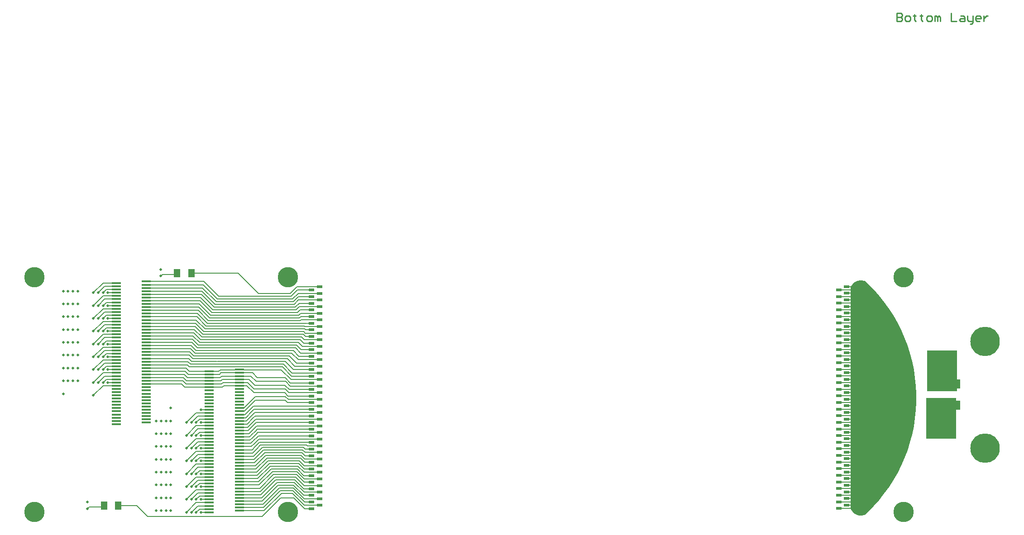
<source format=gbl>
G04 Layer_Physical_Order=6*
G04 Layer_Color=16711680*
%FSLAX25Y25*%
%MOIN*%
G70*
G01*
G75*
%ADD10R,0.07000X0.07000*%
%ADD12R,0.03937X0.02362*%
%ADD13R,0.04500X0.06000*%
%ADD14R,0.06693X0.01181*%
%ADD17C,0.00600*%
%ADD18C,0.00601*%
%ADD19C,0.01000*%
%ADD22C,0.21700*%
%ADD23C,0.15000*%
%ADD24C,0.05000*%
%ADD25C,0.02000*%
%ADD33R,0.22026X0.30435*%
%ADD34R,0.21878X0.30171*%
G36*
X622507Y182480D02*
X623235Y182185D01*
X623259Y182217D01*
X625487Y180167D01*
X629723Y175844D01*
X633731Y171308D01*
X637499Y166571D01*
X641017Y161645D01*
X644276Y156544D01*
X647267Y151282D01*
X649982Y145872D01*
X652415Y140329D01*
X654557Y134668D01*
X656404Y128904D01*
X657951Y123052D01*
X659194Y117128D01*
X660128Y111147D01*
X660753Y105127D01*
X661066Y99082D01*
X661066Y93029D01*
X660753Y86984D01*
X660128Y80963D01*
X659194Y74983D01*
X657951Y69058D01*
X656404Y63206D01*
X654557Y57442D01*
X652415Y51781D01*
X649982Y46238D01*
X647267Y40828D01*
X644276Y35566D01*
X641017Y30465D01*
X637499Y25539D01*
X633731Y20802D01*
X629723Y16266D01*
X625487Y11943D01*
X623259Y9893D01*
X623235Y9926D01*
X623235D01*
X622507Y9630D01*
X620963Y9335D01*
X619391Y9347D01*
X617852Y9665D01*
X616404Y10278D01*
X615103Y11161D01*
X614000Y12281D01*
X613137Y13595D01*
X612842Y14323D01*
X612842Y177787D01*
X612842Y177787D01*
Y177787D01*
X613137Y178516D01*
X614000Y179829D01*
X615103Y180949D01*
X616404Y181832D01*
X617852Y182445D01*
X619391Y182763D01*
X620963Y182775D01*
X622507Y182480D01*
D02*
G37*
D10*
X689991Y90676D02*
D03*
Y106393D02*
D03*
D12*
X215682Y165753D02*
D03*
Y170635D02*
D03*
Y175516D02*
D03*
Y160871D02*
D03*
Y155989D02*
D03*
X221587Y158430D02*
D03*
Y153548D02*
D03*
Y148666D02*
D03*
Y143784D02*
D03*
Y138902D02*
D03*
Y134020D02*
D03*
Y129139D02*
D03*
Y124257D02*
D03*
Y119375D02*
D03*
Y114493D02*
D03*
Y109611D02*
D03*
Y104729D02*
D03*
Y99847D02*
D03*
Y94965D02*
D03*
Y90083D02*
D03*
Y85202D02*
D03*
Y80320D02*
D03*
Y75438D02*
D03*
Y70556D02*
D03*
Y65674D02*
D03*
Y60792D02*
D03*
Y55910D02*
D03*
Y51028D02*
D03*
Y46146D02*
D03*
Y41265D02*
D03*
Y36383D02*
D03*
Y31501D02*
D03*
Y26619D02*
D03*
Y21737D02*
D03*
X215682Y151107D02*
D03*
Y146225D02*
D03*
Y141343D02*
D03*
Y136461D02*
D03*
Y131579D02*
D03*
Y126698D02*
D03*
Y121816D02*
D03*
Y116934D02*
D03*
Y112052D02*
D03*
Y107170D02*
D03*
Y102288D02*
D03*
Y97406D02*
D03*
Y92524D02*
D03*
Y87642D02*
D03*
Y82761D02*
D03*
Y77879D02*
D03*
Y72997D02*
D03*
Y68115D02*
D03*
Y63233D02*
D03*
Y58351D02*
D03*
Y53469D02*
D03*
Y48587D02*
D03*
Y43705D02*
D03*
Y38824D02*
D03*
Y33942D02*
D03*
Y29060D02*
D03*
Y24178D02*
D03*
Y19296D02*
D03*
X221587Y173075D02*
D03*
Y168194D02*
D03*
Y163312D02*
D03*
Y177957D02*
D03*
X215682Y14414D02*
D03*
X221587Y16855D02*
D03*
X603910Y14581D02*
D03*
Y19463D02*
D03*
Y24345D02*
D03*
Y29227D02*
D03*
Y34109D02*
D03*
Y38991D02*
D03*
Y43873D02*
D03*
Y48755D02*
D03*
Y53636D02*
D03*
Y58518D02*
D03*
Y63400D02*
D03*
Y68282D02*
D03*
Y73164D02*
D03*
Y78046D02*
D03*
Y82928D02*
D03*
Y87810D02*
D03*
Y92692D02*
D03*
Y97574D02*
D03*
Y102455D02*
D03*
Y107337D02*
D03*
X609816Y17022D02*
D03*
Y21904D02*
D03*
Y26786D02*
D03*
Y31668D02*
D03*
Y36550D02*
D03*
Y41432D02*
D03*
Y46314D02*
D03*
Y51196D02*
D03*
Y56077D02*
D03*
Y60959D02*
D03*
Y65841D02*
D03*
Y70723D02*
D03*
Y75605D02*
D03*
Y80487D02*
D03*
Y85369D02*
D03*
Y90251D02*
D03*
Y95133D02*
D03*
Y100014D02*
D03*
Y104896D02*
D03*
X603910Y112219D02*
D03*
Y117101D02*
D03*
Y121983D02*
D03*
Y126865D02*
D03*
Y131747D02*
D03*
Y136629D02*
D03*
Y141511D02*
D03*
Y146393D02*
D03*
Y151274D02*
D03*
Y156156D02*
D03*
Y161038D02*
D03*
Y165920D02*
D03*
Y170802D02*
D03*
Y175684D02*
D03*
X609816Y109778D02*
D03*
Y114660D02*
D03*
Y119542D02*
D03*
Y124424D02*
D03*
Y129306D02*
D03*
Y134188D02*
D03*
Y139070D02*
D03*
Y143951D02*
D03*
Y148833D02*
D03*
Y153715D02*
D03*
Y158597D02*
D03*
Y163479D02*
D03*
Y168361D02*
D03*
Y173243D02*
D03*
Y178125D02*
D03*
D13*
X62876Y16701D02*
D03*
X73377D02*
D03*
X116848Y188171D02*
D03*
X127348D02*
D03*
D14*
X71882Y79094D02*
D03*
Y76732D02*
D03*
Y81457D02*
D03*
Y86181D02*
D03*
Y83819D02*
D03*
Y97992D02*
D03*
Y95630D02*
D03*
Y88543D02*
D03*
Y93268D02*
D03*
Y90906D02*
D03*
Y102717D02*
D03*
Y100354D02*
D03*
Y105079D02*
D03*
Y112165D02*
D03*
Y107441D02*
D03*
Y121614D02*
D03*
Y126339D02*
D03*
Y123976D02*
D03*
Y114528D02*
D03*
Y119252D02*
D03*
Y116890D02*
D03*
Y135787D02*
D03*
Y140512D02*
D03*
Y138150D02*
D03*
Y128701D02*
D03*
Y133425D02*
D03*
Y131063D02*
D03*
Y149961D02*
D03*
Y154685D02*
D03*
Y152323D02*
D03*
Y142874D02*
D03*
Y147599D02*
D03*
Y145236D02*
D03*
Y164134D02*
D03*
Y168858D02*
D03*
Y166496D02*
D03*
Y157047D02*
D03*
Y161772D02*
D03*
Y159409D02*
D03*
Y178307D02*
D03*
Y180669D02*
D03*
Y171221D02*
D03*
Y175945D02*
D03*
Y173583D02*
D03*
X94126Y85000D02*
D03*
Y89724D02*
D03*
Y87362D02*
D03*
Y77913D02*
D03*
Y82638D02*
D03*
Y80276D02*
D03*
X71882Y109803D02*
D03*
X94126Y94449D02*
D03*
Y92087D02*
D03*
Y99173D02*
D03*
Y96811D02*
D03*
Y108622D02*
D03*
Y113347D02*
D03*
Y110984D02*
D03*
Y101535D02*
D03*
Y106260D02*
D03*
Y103898D02*
D03*
Y115709D02*
D03*
Y120433D02*
D03*
Y118071D02*
D03*
Y125157D02*
D03*
Y122795D02*
D03*
Y162953D02*
D03*
Y167677D02*
D03*
Y165315D02*
D03*
Y155866D02*
D03*
Y160591D02*
D03*
Y158228D02*
D03*
Y177126D02*
D03*
Y181850D02*
D03*
Y179488D02*
D03*
Y170039D02*
D03*
Y174764D02*
D03*
Y172402D02*
D03*
Y134606D02*
D03*
Y139331D02*
D03*
Y136969D02*
D03*
Y127520D02*
D03*
Y132244D02*
D03*
Y129882D02*
D03*
Y148780D02*
D03*
Y153504D02*
D03*
Y151142D02*
D03*
Y141693D02*
D03*
Y146417D02*
D03*
Y144055D02*
D03*
X140480Y14134D02*
D03*
Y11772D02*
D03*
Y16496D02*
D03*
Y21220D02*
D03*
Y18858D02*
D03*
Y33031D02*
D03*
Y30669D02*
D03*
Y23583D02*
D03*
Y28307D02*
D03*
Y25945D02*
D03*
Y37756D02*
D03*
Y35394D02*
D03*
Y40118D02*
D03*
Y47205D02*
D03*
Y42480D02*
D03*
Y56654D02*
D03*
Y61378D02*
D03*
Y59016D02*
D03*
Y49567D02*
D03*
Y54291D02*
D03*
Y51929D02*
D03*
Y70827D02*
D03*
Y75551D02*
D03*
Y73189D02*
D03*
Y63740D02*
D03*
Y68465D02*
D03*
Y66102D02*
D03*
Y85000D02*
D03*
Y89724D02*
D03*
Y87362D02*
D03*
Y77913D02*
D03*
Y82638D02*
D03*
Y80276D02*
D03*
Y99173D02*
D03*
Y103898D02*
D03*
Y101535D02*
D03*
Y92087D02*
D03*
Y96811D02*
D03*
Y94449D02*
D03*
Y113347D02*
D03*
Y115709D02*
D03*
Y106260D02*
D03*
Y110984D02*
D03*
Y108622D02*
D03*
X162724Y20039D02*
D03*
Y24764D02*
D03*
Y22402D02*
D03*
Y12953D02*
D03*
Y17677D02*
D03*
Y15315D02*
D03*
X140480Y44843D02*
D03*
X162724Y29488D02*
D03*
Y27126D02*
D03*
Y34213D02*
D03*
Y31850D02*
D03*
Y43661D02*
D03*
Y48386D02*
D03*
Y46024D02*
D03*
Y36575D02*
D03*
Y41299D02*
D03*
Y38937D02*
D03*
Y50748D02*
D03*
Y55472D02*
D03*
Y53110D02*
D03*
Y60197D02*
D03*
Y57835D02*
D03*
Y97992D02*
D03*
Y102717D02*
D03*
Y100354D02*
D03*
Y90906D02*
D03*
Y95630D02*
D03*
Y93268D02*
D03*
Y112165D02*
D03*
Y116890D02*
D03*
Y114528D02*
D03*
Y105079D02*
D03*
Y109803D02*
D03*
Y107441D02*
D03*
Y69646D02*
D03*
Y74370D02*
D03*
Y72008D02*
D03*
Y62559D02*
D03*
Y67283D02*
D03*
Y64921D02*
D03*
Y83819D02*
D03*
Y88543D02*
D03*
Y86181D02*
D03*
Y76732D02*
D03*
Y81457D02*
D03*
Y79094D02*
D03*
D17*
X138999Y150960D02*
X197877D01*
X131731Y158228D02*
X138999Y150960D01*
X139828Y152960D02*
X197877D01*
X132197Y160591D02*
X139828Y152960D01*
X140656Y154960D02*
X197877D01*
X132664Y162953D02*
X140656Y154960D01*
X141485Y156960D02*
X197877D01*
X133130Y165315D02*
X141485Y156960D01*
X162601Y116766D02*
X162724Y116890D01*
X148561Y116766D02*
X162601D01*
X147503Y115709D02*
X148561Y116766D01*
X149161Y114528D02*
X162724D01*
X147979Y113347D02*
X149161Y114528D01*
X162829Y116786D02*
X174175D01*
X127348Y188171D02*
X161567D01*
X124317Y110984D02*
X140480D01*
X121955Y113347D02*
X124317Y110984D01*
X94126Y113347D02*
X121955D01*
X123750Y108622D02*
X140480D01*
X121388Y110984D02*
X123750Y108622D01*
X94126Y110984D02*
X121388D01*
X120871Y108622D02*
X123233Y106260D01*
X94126Y108622D02*
X120871D01*
X122413Y103898D02*
X140480D01*
X120051Y106260D02*
X122413Y103898D01*
X94126Y106260D02*
X120051D01*
X122766Y115709D02*
X125128Y113347D01*
X94126Y115709D02*
X122766D01*
X123232Y118071D02*
X125594Y115709D01*
X94126Y118071D02*
X123232D01*
X125594Y115709D02*
X140480D01*
X125128Y113347D02*
X140480D01*
X73377Y16788D02*
X86971D01*
X95095Y8664D01*
X179348D01*
X140480Y115709D02*
X140688Y115917D01*
X162724Y114528D02*
X172279D01*
X175817Y110990D01*
X149665Y112165D02*
X170948D01*
X174899Y108214D01*
X162724Y109803D02*
X169580D01*
X173944Y105439D01*
X150597Y107441D02*
X168683D01*
X173460Y102663D01*
X162724Y105079D02*
X168075D01*
X173266Y99888D01*
X162724Y53110D02*
X172883D01*
X162724Y50748D02*
X173349D01*
X162724Y48386D02*
X173815D01*
X162724Y46024D02*
X174281D01*
X162724Y43661D02*
X174748D01*
X162724Y41299D02*
X175214D01*
X162724Y38937D02*
X175680D01*
X162724Y36575D02*
X176146D01*
X162724Y34213D02*
X176612D01*
X162724Y31850D02*
X177079D01*
X162724Y29488D02*
X177545D01*
X162724Y27126D02*
X178011D01*
X162724Y24764D02*
X178477D01*
X162724Y22402D02*
X178944D01*
X162724Y20039D02*
X179410D01*
X162724Y17677D02*
X179876D01*
X162724Y15315D02*
X180342D01*
X162724Y12953D02*
X180808D01*
X162724Y76732D02*
X168220D01*
X162724Y79094D02*
X167754D01*
X162724Y81457D02*
X167288D01*
X162724Y83819D02*
X166822D01*
X162724Y86181D02*
X166356D01*
X162724Y88543D02*
X165890D01*
X180808Y12953D02*
X193636Y25781D01*
X180342Y15315D02*
X192808Y27781D01*
X179876Y17677D02*
X191979Y29781D01*
X179410Y20039D02*
X191151Y31781D01*
X178944Y22402D02*
X190322Y33781D01*
X178477Y24764D02*
X189494Y35781D01*
X178011Y27126D02*
X188666Y37781D01*
X177545Y29488D02*
X187837Y39781D01*
X177079Y31850D02*
X187009Y41781D01*
X176612Y34213D02*
X186180Y43781D01*
X176146Y36575D02*
X185352Y45781D01*
X175680Y38937D02*
X184524Y47781D01*
X175214Y41299D02*
X183695Y49781D01*
X174748Y43661D02*
X182867Y51781D01*
X174281Y46024D02*
X182038Y53781D01*
X173815Y48386D02*
X181210Y55781D01*
X173349Y50748D02*
X180382Y57781D01*
X172883Y53110D02*
X179553Y59781D01*
X165890Y88543D02*
X174458Y97112D01*
X166356Y86181D02*
X174511Y94336D01*
X166822Y83819D02*
X170310Y87307D01*
X167288Y81457D02*
X171724Y85893D01*
X167754Y79094D02*
X173139Y84479D01*
X168220Y76732D02*
X172781Y81293D01*
X94126Y181850D02*
X136393D01*
X94126Y179488D02*
X135927D01*
X94126Y177126D02*
X135461D01*
X94126Y174764D02*
X134995D01*
X94126Y172402D02*
X134528D01*
X94126Y170039D02*
X134062D01*
X94126Y167677D02*
X133596D01*
X94126Y165315D02*
X133130D01*
X94126Y162953D02*
X132664D01*
X94126Y160591D02*
X132197D01*
X94126Y158228D02*
X131731D01*
X94126Y155866D02*
X131265D01*
X94126Y153504D02*
X130799D01*
X94126Y151142D02*
X130332D01*
X94126Y148780D02*
X129866D01*
X94126Y146417D02*
X129400D01*
X94126Y144055D02*
X128934D01*
X94126Y141693D02*
X128468D01*
X94126Y139331D02*
X128001D01*
X94126Y136969D02*
X127535D01*
X94126Y134606D02*
X127069D01*
X94126Y132244D02*
X126603D01*
X94126Y129882D02*
X126137D01*
X94126Y127520D02*
X125670D01*
X126137Y129882D02*
X129058Y126960D01*
X126603Y132244D02*
X129887Y128960D01*
X127069Y134606D02*
X130715Y130960D01*
X127535Y136969D02*
X131544Y132960D01*
X128001Y139331D02*
X132372Y134960D01*
X128468Y141693D02*
X133200Y136960D01*
X128934Y144055D02*
X134029Y138960D01*
X129400Y146417D02*
X134857Y140960D01*
X129866Y148780D02*
X135686Y142960D01*
X130332Y151142D02*
X136514Y144960D01*
X130799Y153504D02*
X137343Y146960D01*
X131265Y155866D02*
X138171Y148960D01*
X140480Y115709D02*
X147503D01*
X140480Y113347D02*
X147979D01*
X140480Y108622D02*
X148950D01*
X140480Y110984D02*
X148484D01*
X149665Y112165D01*
X148950Y108622D02*
X150131Y109803D01*
X162724D01*
X123233Y106260D02*
X149416D01*
X150597Y107441D01*
X151262Y105079D02*
X162724D01*
X140480Y103898D02*
X150081D01*
X151262Y105079D01*
X161567Y188171D02*
X176778Y172960D01*
X129058Y126960D02*
X197877D01*
X130715Y130960D02*
X197877D01*
X131544Y132960D02*
X197877D01*
X132372Y134960D02*
X197877D01*
X133200Y136960D02*
X197877D01*
X134029Y138960D02*
X197877D01*
X134857Y140960D02*
X197877D01*
X135686Y142960D02*
X197877D01*
X136514Y144960D02*
X197877D01*
X137343Y146960D02*
X197877D01*
X138171Y148960D02*
X197877D01*
X142313Y158960D02*
X197877D01*
X143141Y160960D02*
X197877D01*
X143970Y162960D02*
X197877D01*
X144798Y164960D02*
X197877D01*
X145627Y166960D02*
X197877D01*
X146455Y168960D02*
X197877D01*
X136393Y181850D02*
X147283Y170960D01*
X197877D01*
X135927Y179488D02*
X146455Y168960D01*
X135461Y177126D02*
X145627Y166960D01*
X134995Y174764D02*
X144798Y164960D01*
X134528Y172402D02*
X143970Y162960D01*
X134062Y170039D02*
X143141Y160960D01*
X133596Y167677D02*
X142313Y158960D01*
X129887Y128960D02*
X197877D01*
X94126Y122795D02*
X124738D01*
X126665Y120868D01*
X94126Y120433D02*
X124272D01*
X125837Y118868D01*
X125670Y127520D02*
X128322Y124868D01*
X125837Y118868D02*
X147834D01*
X147856Y118890D01*
X163553D01*
X163575Y118868D02*
X177247D01*
X126665Y120868D02*
X147006D01*
X147028Y120890D02*
X164381D01*
X164403Y120868D02*
X179792D01*
X146199Y122890D02*
X165210D01*
X128322Y124868D02*
X145349D01*
X145371Y124890D01*
X166038D01*
X166060Y124868D01*
X197877D01*
X162724Y69646D02*
X169558D01*
X162724Y67283D02*
X170025D01*
X162724Y64921D02*
X170491D01*
X162724Y62559D02*
X170957D01*
X162724Y60197D02*
X171423D01*
X162724Y57835D02*
X171889D01*
X162724Y55472D02*
X172356D01*
X172000Y66370D02*
X175411Y69781D01*
X171172Y68370D02*
X174933Y72132D01*
X170344Y70370D02*
X174881Y74907D01*
X169515Y72370D02*
X174828Y77683D01*
X162724Y72008D02*
X169092D01*
X162724Y74370D02*
X168687D01*
X174775Y80458D01*
X169092Y72008D02*
X169454Y72370D01*
X169515D01*
X169558Y69646D02*
X170283Y70370D01*
X170344D01*
X170025Y67283D02*
X171111Y68370D01*
X171172D01*
X170491Y64921D02*
X171940Y66370D01*
X172000D01*
X170957Y62559D02*
X172768Y64370D01*
X172829D01*
X171423Y60197D02*
X173597Y62370D01*
X171889Y57835D02*
X174425Y60370D01*
X172356Y55472D02*
X175253Y58370D01*
X165232Y122868D02*
X182335D01*
X94126Y125157D02*
X125204D01*
X127494Y122868D01*
X147006Y120868D02*
X147028Y120890D01*
X127494Y122868D02*
X146177D01*
X212647Y175516D02*
X215682D01*
X212647Y177957D02*
X221587D01*
X212647Y173075D02*
X221587D01*
X212647Y170635D02*
X215682D01*
X212647Y168194D02*
X221587D01*
X212647Y165753D02*
X215682D01*
X212647Y163312D02*
X221587D01*
X212647Y160871D02*
X215682D01*
X212647Y158430D02*
X221587D01*
X212647Y155989D02*
X215682D01*
X212647Y153548D02*
X221587D01*
X212647Y151107D02*
X215682D01*
X212647Y148666D02*
X221587D01*
X212647Y146225D02*
X215682D01*
X212647Y143784D02*
X221587D01*
X212647Y141343D02*
X215682D01*
X212647Y138902D02*
X221587D01*
X212647Y136461D02*
X215682D01*
X212647Y134020D02*
X221587D01*
X212647Y131579D02*
X215682D01*
X212647Y129139D02*
X221587D01*
X212647Y126698D02*
X215682D01*
X212647Y124257D02*
X221587D01*
X212647Y121816D02*
X215682D01*
X212647Y119375D02*
X221587D01*
X212647Y116934D02*
X215682D01*
X212647Y114493D02*
X221587D01*
X212647Y112052D02*
X215682D01*
X212647Y109611D02*
X221587D01*
X212647Y107170D02*
X215682D01*
X212647Y104729D02*
X221587D01*
X212647Y102288D02*
X215682D01*
X212647Y99847D02*
X221587D01*
X212647Y97406D02*
X215682D01*
X212647Y94965D02*
X221587D01*
X212647Y92524D02*
X215682D01*
X212647Y90083D02*
X221587D01*
X212647Y87642D02*
X215682D01*
X212647Y85202D02*
X221587D01*
X212647Y82761D02*
X215682D01*
X212647Y80320D02*
X221587D01*
X212647Y77879D02*
X215682D01*
X212647Y75438D02*
X221587D01*
X212647Y72997D02*
X215682D01*
X212647Y70556D02*
X221587D01*
X212647Y68115D02*
X215682D01*
X212647Y63233D02*
X215682D01*
X212647Y60792D02*
X221587D01*
X212647Y58351D02*
X215682D01*
X212647Y55910D02*
X221587D01*
X212647Y53469D02*
X215682D01*
X212647Y51028D02*
X221587D01*
X212647Y48587D02*
X215682D01*
X212647Y46146D02*
X221587D01*
X212647Y43705D02*
X215682D01*
X212647Y41265D02*
X221587D01*
X212647Y38824D02*
X215682D01*
X212647Y36383D02*
X221587D01*
X212647Y33942D02*
X215682D01*
X212647Y31501D02*
X221587D01*
X212647Y29060D02*
X215682D01*
X212647Y26619D02*
X221587D01*
X212647Y24178D02*
X215682D01*
X212647Y21737D02*
X221587D01*
X212647Y19296D02*
X215682D01*
X212647Y16855D02*
X221587D01*
X212647Y14414D02*
X215682D01*
X179348Y8664D02*
X192999Y22315D01*
X172829Y64370D02*
X176239Y67781D01*
X176900Y65674D02*
X221587D01*
X609816Y178125D02*
X612851D01*
X603910Y175684D02*
X612851D01*
X609816Y173243D02*
X612851D01*
X603910Y170802D02*
X612851D01*
X609816Y168361D02*
X612851D01*
X603910Y165920D02*
X612851D01*
X609816Y163479D02*
X612851D01*
X603910Y161038D02*
X612851D01*
X609816Y158597D02*
X612851D01*
X603910Y156156D02*
X612851D01*
X609816Y153715D02*
X612851D01*
X603910Y151274D02*
X612851D01*
X609816Y148833D02*
X612851D01*
X603910Y146393D02*
X612851D01*
X609816Y143951D02*
X612851D01*
X603910Y141511D02*
X612851D01*
X609816Y139070D02*
X612851D01*
X603910Y136629D02*
X612851D01*
X609816Y134188D02*
X612851D01*
X603910Y131747D02*
X612851D01*
X609816Y129306D02*
X612851D01*
X609816Y124424D02*
X612851D01*
X603910Y121983D02*
X612851D01*
X609816Y119542D02*
X612851D01*
X603910Y117101D02*
X612851D01*
X609816Y114660D02*
X612851D01*
X603910Y112219D02*
X612851D01*
X609816Y109778D02*
X612851D01*
X603910Y107337D02*
X612851D01*
X609816Y104896D02*
X612851D01*
X603910Y102455D02*
X612851D01*
X609816Y100014D02*
X612851D01*
X603910Y97574D02*
X612851D01*
X609816Y95133D02*
X612851D01*
X603910Y92692D02*
X612851D01*
X609816Y90251D02*
X612851D01*
X603910Y87810D02*
X612851D01*
X609816Y85369D02*
X612851D01*
X603910Y82928D02*
X612851D01*
X609816Y80487D02*
X612851D01*
X603910Y78046D02*
X612851D01*
X609816Y75605D02*
X612851D01*
X603910Y73164D02*
X612851D01*
X609816Y70723D02*
X612851D01*
X603910Y68282D02*
X612851D01*
X609816Y65841D02*
X612851D01*
X603910Y63400D02*
X612851D01*
X609816Y60959D02*
X612851D01*
X603910Y58518D02*
X612851D01*
X609816Y56077D02*
X612851D01*
X603910Y53637D02*
X612851D01*
X609816Y51196D02*
X612851D01*
X603910Y48755D02*
X612851D01*
X609816Y46314D02*
X612851D01*
X603910Y43873D02*
X612851D01*
X609816Y41432D02*
X612851D01*
X603910Y38991D02*
X612851D01*
X609816Y36550D02*
X612851D01*
X603910Y34109D02*
X612851D01*
X609816Y31668D02*
X612851D01*
X603910Y29227D02*
X612851D01*
X609816Y26786D02*
X612851D01*
X603910Y24345D02*
X612851D01*
X609816Y21904D02*
X612851D01*
X603910Y19463D02*
X612851D01*
X603910Y14581D02*
X612851D01*
X609816Y17022D02*
X612851D01*
X62236Y105079D02*
X71882D01*
X55150Y97992D02*
X62236Y105079D01*
X65780Y107441D02*
X71882D01*
X64599Y109803D02*
X71882D01*
X62236Y107441D02*
X64599Y109803D01*
X63417Y112165D02*
X71882D01*
X58693Y107441D02*
X63417Y112165D01*
X62236Y114528D02*
X71882D01*
X55150Y107441D02*
X62236Y114528D01*
X65780Y116890D02*
X71882D01*
X64599Y119252D02*
X71882D01*
X62236Y116890D02*
X64599Y119252D01*
X63417Y121614D02*
X71882D01*
X58693Y116890D02*
X63417Y121614D01*
X62236Y123976D02*
X71882D01*
X55150Y116890D02*
X62236Y123976D01*
X65780Y126339D02*
X71882D01*
X64599Y128701D02*
X71882D01*
X62236Y126339D02*
X64599Y128701D01*
X63417Y131063D02*
X71882D01*
X58693Y126339D02*
X63417Y131063D01*
X62236Y133425D02*
X71882D01*
X55150Y126339D02*
X62236Y133425D01*
X65780Y135787D02*
X71882D01*
X64599Y138150D02*
X71882D01*
X62236Y135787D02*
X64599Y138150D01*
X63417Y140512D02*
X71882D01*
X58693Y135787D02*
X63417Y140512D01*
X62236Y142874D02*
X71882D01*
X55150Y135787D02*
X62236Y142874D01*
X65780Y145236D02*
X71882D01*
X64599Y147599D02*
X71882D01*
X62236Y145236D02*
X64599Y147599D01*
X63417Y149961D02*
X71882D01*
X58693Y145236D02*
X63417Y149961D01*
X62236Y152323D02*
X71882D01*
X55150Y145236D02*
X62236Y152323D01*
X65780Y154685D02*
X71882D01*
X64599Y157047D02*
X71882D01*
X62236Y154685D02*
X64599Y157047D01*
X63417Y159409D02*
X71882D01*
X58693Y154685D02*
X63417Y159409D01*
X62236Y161772D02*
X71882D01*
X55150Y154685D02*
X62236Y161772D01*
X65780Y164134D02*
X71882D01*
X64599Y166496D02*
X71882D01*
X62236Y164134D02*
X64599Y166496D01*
X63417Y168858D02*
X71882D01*
X58693Y164134D02*
X63417Y168858D01*
X62236Y171221D02*
X71882D01*
X55150Y164134D02*
X62236Y171221D01*
X55150Y173583D02*
X62236Y180669D01*
X71882D01*
X58693Y173583D02*
X63417Y178307D01*
X71882D01*
X62236Y173583D02*
X64599Y175945D01*
X71882D01*
X65780Y173583D02*
X71882D01*
X123748Y77913D02*
X130835Y85000D01*
X140480D01*
X127291Y77913D02*
X132016Y82638D01*
X140480D01*
X130835Y77913D02*
X133197Y80276D01*
X140480D01*
X134378Y77913D02*
X140480D01*
X123748Y68465D02*
X130835Y75551D01*
X140480D01*
X127291Y68465D02*
X132016Y73189D01*
X140480D01*
X130835Y68465D02*
X133197Y70827D01*
X140480D01*
X134378Y68465D02*
X140480D01*
X123748Y59016D02*
X130835Y66102D01*
X140480D01*
X127291Y59016D02*
X132016Y63740D01*
X140480D01*
X130835Y59016D02*
X133197Y61378D01*
X140480D01*
X134378Y59016D02*
X140480D01*
X123748Y49567D02*
X130835Y56654D01*
X140480D01*
X127291Y49567D02*
X132016Y54291D01*
X140480D01*
X130835Y49567D02*
X133197Y51929D01*
X140480D01*
X134378Y49567D02*
X140480D01*
X123748Y40118D02*
X130835Y47205D01*
X140480D01*
X127291Y40118D02*
X132016Y44843D01*
X140480D01*
X130835Y40118D02*
X133197Y42480D01*
X140480D01*
X134378Y40118D02*
X140480D01*
X123748Y30669D02*
X130835Y37756D01*
X140480D01*
X127291Y30669D02*
X132016Y35394D01*
X140480D01*
X130835Y30669D02*
X133197Y33031D01*
X140480D01*
X134378Y30669D02*
X140480D01*
X123748Y21220D02*
X130835Y28307D01*
X140480D01*
X127291Y21220D02*
X132016Y25945D01*
X140480D01*
X130835Y21220D02*
X133197Y23583D01*
X140480D01*
X134378Y21220D02*
X140480D01*
X123748Y11772D02*
X130835Y18858D01*
X140480D01*
X127291Y11772D02*
X132016Y16496D01*
X140480D01*
X130835Y11772D02*
X133197Y14134D01*
X140480D01*
X134378Y11772D02*
X140480D01*
X134378Y87362D02*
X140480D01*
X50712Y14337D02*
X51933Y15558D01*
X62829D01*
X104718Y185860D02*
X105938Y187081D01*
X116834D01*
X603910Y126865D02*
X612851D01*
D18*
X176778Y172960D02*
X200003D01*
X205000Y177957D01*
X212647D01*
X197877Y170960D02*
X200837D01*
X205394Y175516D01*
X212647D01*
X197877Y168960D02*
X201751D01*
X205866Y173075D01*
X212647D01*
X197877Y166960D02*
X202507D01*
X206181Y170635D01*
X212647D01*
X197877Y164960D02*
X202869D01*
X206103Y168194D01*
X212647D01*
X197877Y162960D02*
X203783D01*
X206575Y165753D01*
X212647D01*
X197877Y160960D02*
X204280D01*
X206632Y163312D01*
X212647D01*
X197877Y158960D02*
X205391D01*
X207302Y160871D01*
X212647D01*
X197877Y156960D02*
X206260D01*
X207730Y158430D01*
X212647D01*
X197877Y154960D02*
X206847D01*
X207875Y155989D01*
X212647D01*
X197877Y152960D02*
X207392D01*
X207980Y153548D01*
X212647D01*
X197877Y150960D02*
X212500D01*
X197877Y148960D02*
X210518D01*
X210812Y148666D01*
X212647D01*
X197877Y146960D02*
X210618D01*
X211353Y146225D01*
X212647D01*
X197877Y144960D02*
X209992D01*
X211168Y143784D01*
X212647D01*
X197877Y142960D02*
X209729D01*
X211346Y141343D01*
X212647D01*
X197877Y140960D02*
X208335D01*
X210392Y138902D01*
X212647D01*
X197877Y138960D02*
X207466D01*
X209964Y136461D01*
X212647D01*
X197877Y136960D02*
X206031D01*
X208971Y134020D01*
X212647D01*
X197877Y134960D02*
X204637D01*
X208017Y131579D01*
X212647D01*
X197877Y132960D02*
X203889D01*
X207710Y129139D01*
X212647D01*
X197877Y130960D02*
X202252D01*
X206515Y126698D01*
X212647D01*
X197877Y128960D02*
X201161D01*
X205865Y124257D01*
X212647D01*
X197877Y126960D02*
X199504D01*
X204648Y121816D01*
X212647D01*
X197877Y124868D02*
X203370Y119375D01*
X212647D01*
X182335Y122868D02*
X196279D01*
X202213Y116934D01*
X212647D01*
X179792Y120868D02*
X195129D01*
X201504Y114493D01*
X212647D01*
X177247Y118868D02*
X194266D01*
X201082Y112052D01*
X212647D01*
X174175Y116786D02*
X193413D01*
X200588Y109611D01*
X212647D01*
X175817Y110990D02*
X196345D01*
X200165Y107170D01*
X212647D01*
X174899Y108214D02*
X196544D01*
X200029Y104729D01*
X212647D01*
X173944Y105439D02*
X196169D01*
X199320Y102288D01*
X212647D01*
X173460Y102663D02*
X196225D01*
X199041Y99847D01*
X212647D01*
X173266Y99888D02*
X195994D01*
X198475Y97406D01*
X212647D01*
X174458Y97112D02*
X196407D01*
X198554Y94965D01*
X212647D01*
X174511Y94336D02*
X196247D01*
X198059Y92524D01*
X212647D01*
X210590Y14414D02*
X212647D01*
X192999Y22315D02*
X202689D01*
X210590Y14414D01*
X193636Y25781D02*
X201590D01*
X210516Y16855D01*
X212647D01*
X192808Y27781D02*
X202064D01*
X210549Y19296D01*
X212647D01*
X191979Y29781D02*
X202323D01*
X210367Y21737D01*
X212647D01*
X191151Y31781D02*
X202474D01*
X210077Y24178D01*
X212647D01*
X190322Y33781D02*
X203056D01*
X210218Y26619D01*
X212647D01*
X189494Y35781D02*
X203422D01*
X210143Y29060D01*
X212647D01*
X188666Y37781D02*
X204058D01*
X210338Y31501D01*
X212647D01*
X187837Y39781D02*
X204532D01*
X210371Y33942D01*
X212647D01*
X187009Y41781D02*
X205006D01*
X210404Y36383D01*
X212647D01*
X186180Y43781D02*
X205211D01*
X210168Y38824D01*
X212647D01*
X185352Y45781D02*
X205685D01*
X210201Y41265D01*
X212647D01*
X184524Y47781D02*
X206321D01*
X210396Y43705D01*
X212647D01*
X183695Y49781D02*
X206741D01*
X210375Y46146D01*
X212647D01*
X182867Y51781D02*
X207591D01*
X210785Y48587D01*
X212647D01*
X182038Y53781D02*
X208012D01*
X210764Y51028D01*
X212647D01*
X181210Y55781D02*
X208593D01*
X210905Y53469D01*
X212647D01*
X180382Y57781D02*
X209061D01*
X210931Y55910D01*
X212647D01*
X179553Y59781D02*
X209570D01*
X211000Y58351D01*
X212647D01*
X175253Y58370D02*
X178152Y61268D01*
X212171D01*
X212647Y60792D01*
X176574Y68115D02*
X212647D01*
X176239Y67781D02*
X176574Y68115D01*
X175411Y69781D02*
X176186Y70556D01*
X212647D01*
X174933Y72132D02*
X175799Y72997D01*
X212647D01*
X174881Y74907D02*
X175411Y75438D01*
X212647D01*
X174828Y77683D02*
X175024Y77879D01*
X212647D01*
X174775Y80458D02*
X212508D01*
X212647Y80320D01*
X172781Y81293D02*
X174249Y82761D01*
X212647D01*
X173139Y84479D02*
X173861Y85202D01*
X212647D01*
X173474Y87642D02*
X212647D01*
X171724Y85893D02*
X173474Y87642D01*
X170310Y87307D02*
X173086Y90083D01*
X212647D01*
X173597Y62370D02*
X176900Y65674D01*
X174425Y60370D02*
X177288Y63233D01*
X212647D01*
D19*
X646562Y379582D02*
Y373584D01*
X649561D01*
X650561Y374583D01*
Y375583D01*
X649561Y376583D01*
X646562D01*
X649561D01*
X650561Y377582D01*
Y378582D01*
X649561Y379582D01*
X646562D01*
X653560Y373584D02*
X655559D01*
X656559Y374583D01*
Y376583D01*
X655559Y377582D01*
X653560D01*
X652560Y376583D01*
Y374583D01*
X653560Y373584D01*
X659558Y378582D02*
Y377582D01*
X658558D01*
X660558D01*
X659558D01*
Y374583D01*
X660558Y373584D01*
X664556Y378582D02*
Y377582D01*
X663557D01*
X665556D01*
X664556D01*
Y374583D01*
X665556Y373584D01*
X669555D02*
X671554D01*
X672554Y374583D01*
Y376583D01*
X671554Y377582D01*
X669555D01*
X668555Y376583D01*
Y374583D01*
X669555Y373584D01*
X674553D02*
Y377582D01*
X675553D01*
X676552Y376583D01*
Y373584D01*
Y376583D01*
X677552Y377582D01*
X678552Y376583D01*
Y373584D01*
X686549Y379582D02*
Y373584D01*
X690548D01*
X693547Y377582D02*
X695546D01*
X696546Y376583D01*
Y373584D01*
X693547D01*
X692547Y374583D01*
X693547Y375583D01*
X696546D01*
X698545Y377582D02*
Y374583D01*
X699545Y373584D01*
X702544D01*
Y372584D01*
X701544Y371584D01*
X700545D01*
X702544Y373584D02*
Y377582D01*
X707543Y373584D02*
X705543D01*
X704543Y374583D01*
Y376583D01*
X705543Y377582D01*
X707543D01*
X708542Y376583D01*
Y375583D01*
X704543D01*
X710541Y377582D02*
Y373584D01*
Y375583D01*
X711541Y376583D01*
X712541Y377582D01*
X713541D01*
D22*
X711656Y59080D02*
D03*
Y137820D02*
D03*
D23*
X651728Y11902D02*
D03*
Y185100D02*
D03*
X198428Y185100D02*
D03*
X198428Y11902D02*
D03*
X11811Y185100D02*
D03*
Y11902D02*
D03*
D24*
X649211Y90576D02*
D03*
X683677Y71094D02*
D03*
Y78829D02*
D03*
X684227Y118071D02*
D03*
Y125806D02*
D03*
X674561Y71094D02*
D03*
X675111Y125806D02*
D03*
X656534Y90576D02*
D03*
X689991Y90676D02*
D03*
Y106393D02*
D03*
D25*
X55150Y97992D02*
D03*
X65780Y107441D02*
D03*
X62236D02*
D03*
X58693D02*
D03*
X55150D02*
D03*
X65780Y116890D02*
D03*
X62236D02*
D03*
X58693D02*
D03*
X55150D02*
D03*
X65780Y126339D02*
D03*
X62236D02*
D03*
X58693D02*
D03*
X55150D02*
D03*
X65780Y135787D02*
D03*
X62236D02*
D03*
X58693D02*
D03*
X55150D02*
D03*
X65780Y145236D02*
D03*
X62236D02*
D03*
X58693D02*
D03*
X55150D02*
D03*
X65780Y154685D02*
D03*
X62236D02*
D03*
X58693D02*
D03*
X55150D02*
D03*
X65780Y164134D02*
D03*
X62236D02*
D03*
X58693D02*
D03*
X55150D02*
D03*
X55150Y173583D02*
D03*
X58693D02*
D03*
X62236D02*
D03*
X65780D02*
D03*
X123748Y77913D02*
D03*
X127291D02*
D03*
X130835D02*
D03*
X134378D02*
D03*
X123748Y68465D02*
D03*
X127291D02*
D03*
X130835D02*
D03*
X134378D02*
D03*
X123748Y59016D02*
D03*
X127291D02*
D03*
X130835D02*
D03*
X134378D02*
D03*
X123748Y49567D02*
D03*
X127291D02*
D03*
X130835D02*
D03*
X134378D02*
D03*
X123748Y40118D02*
D03*
X127291D02*
D03*
X130835D02*
D03*
X134378D02*
D03*
X123748Y30669D02*
D03*
X127291D02*
D03*
X130835D02*
D03*
X134378D02*
D03*
X123748Y21220D02*
D03*
X127291D02*
D03*
X130835D02*
D03*
X134378D02*
D03*
X123748Y11772D02*
D03*
X127291D02*
D03*
X130835D02*
D03*
X134378D02*
D03*
Y87362D02*
D03*
X50712Y14337D02*
D03*
X104718Y185860D02*
D03*
X50624Y19280D02*
D03*
X104630Y190804D02*
D03*
X32906Y174764D02*
D03*
X36449D02*
D03*
X39992D02*
D03*
X43536D02*
D03*
X32906Y165315D02*
D03*
X36449D02*
D03*
X39992D02*
D03*
X43536D02*
D03*
X32906Y155866D02*
D03*
X36449D02*
D03*
X39992D02*
D03*
X43536D02*
D03*
X32906Y146417D02*
D03*
X36449D02*
D03*
X39992D02*
D03*
X43536D02*
D03*
X32906Y136969D02*
D03*
X36449D02*
D03*
X39992D02*
D03*
X43536D02*
D03*
X32906Y127520D02*
D03*
X36449D02*
D03*
X39992D02*
D03*
X43536D02*
D03*
X32906Y118071D02*
D03*
X36449D02*
D03*
X39992D02*
D03*
X43536D02*
D03*
X32906Y108622D02*
D03*
X36449D02*
D03*
X39992D02*
D03*
X43536D02*
D03*
X32906Y99173D02*
D03*
X112134Y12953D02*
D03*
X108591D02*
D03*
X105047D02*
D03*
X101504D02*
D03*
X112134Y22402D02*
D03*
X108591D02*
D03*
X105047D02*
D03*
X101504D02*
D03*
X112134Y31850D02*
D03*
X108591D02*
D03*
X105047D02*
D03*
X101504D02*
D03*
X112134Y41299D02*
D03*
X108591D02*
D03*
X105047D02*
D03*
X101504D02*
D03*
X112134Y50748D02*
D03*
X108591D02*
D03*
X105047D02*
D03*
X101504D02*
D03*
X112134Y60197D02*
D03*
X108591D02*
D03*
X105047D02*
D03*
X101504D02*
D03*
X112134Y69646D02*
D03*
X108591D02*
D03*
X105047D02*
D03*
X101504D02*
D03*
X112134Y79094D02*
D03*
X108591D02*
D03*
X105047D02*
D03*
X101504D02*
D03*
X112134Y88543D02*
D03*
D33*
X679498Y81066D02*
D03*
D34*
X679974Y115966D02*
D03*
M02*

</source>
